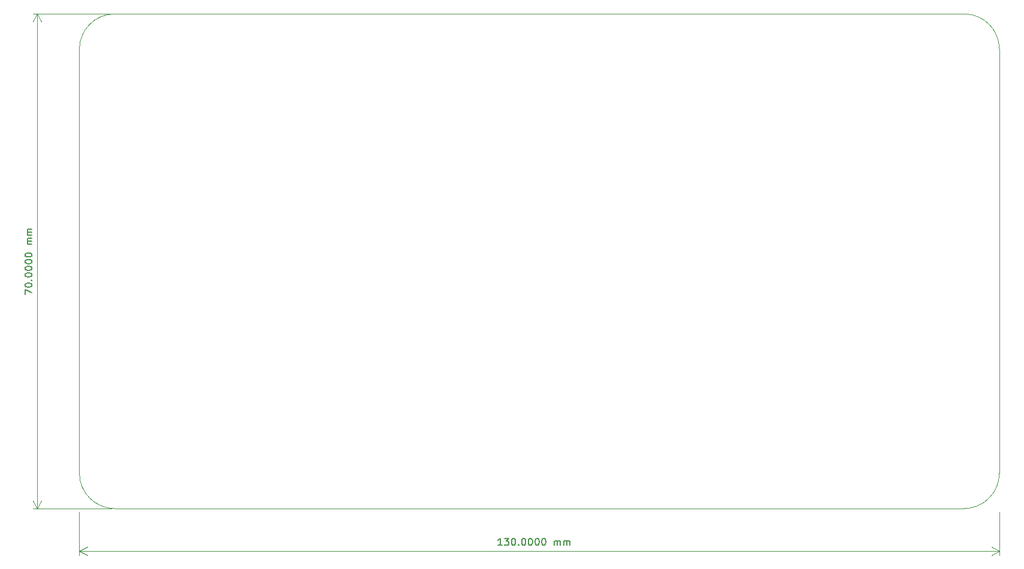
<source format=gbr>
%TF.GenerationSoftware,KiCad,Pcbnew,8.0.1*%
%TF.CreationDate,2024-03-27T19:35:34-03:00*%
%TF.ProjectId,ampsight,616d7073-6967-4687-942e-6b696361645f,rev?*%
%TF.SameCoordinates,Original*%
%TF.FileFunction,OtherDrawing,Comment*%
%FSLAX46Y46*%
G04 Gerber Fmt 4.6, Leading zero omitted, Abs format (unit mm)*
G04 Created by KiCad (PCBNEW 8.0.1) date 2024-03-27 19:35:34*
%MOMM*%
%LPD*%
G01*
G04 APERTURE LIST*
%ADD10C,0.100000*%
%ADD11C,0.150000*%
G04 APERTURE END LIST*
D10*
X206250000Y-62500000D02*
G75*
G02*
X211250000Y-67500000I0J-5000000D01*
G01*
X81250000Y-67500000D02*
G75*
G02*
X86250000Y-62500000I5000000J0D01*
G01*
X86250000Y-132500000D02*
G75*
G02*
X81250000Y-127500000I0J5000000D01*
G01*
X86250000Y-62500000D02*
X206250000Y-62500000D01*
X206250000Y-132500000D02*
X86250000Y-132500000D01*
X211250000Y-127500000D02*
G75*
G02*
X206250000Y-132500000I-5000000J0D01*
G01*
X81250000Y-127500000D02*
X81250000Y-67500000D01*
X211250000Y-67500000D02*
X211250000Y-127500000D01*
D11*
X73554819Y-102166665D02*
X73554819Y-101499999D01*
X73554819Y-101499999D02*
X74554819Y-101928570D01*
X73554819Y-100928570D02*
X73554819Y-100833332D01*
X73554819Y-100833332D02*
X73602438Y-100738094D01*
X73602438Y-100738094D02*
X73650057Y-100690475D01*
X73650057Y-100690475D02*
X73745295Y-100642856D01*
X73745295Y-100642856D02*
X73935771Y-100595237D01*
X73935771Y-100595237D02*
X74173866Y-100595237D01*
X74173866Y-100595237D02*
X74364342Y-100642856D01*
X74364342Y-100642856D02*
X74459580Y-100690475D01*
X74459580Y-100690475D02*
X74507200Y-100738094D01*
X74507200Y-100738094D02*
X74554819Y-100833332D01*
X74554819Y-100833332D02*
X74554819Y-100928570D01*
X74554819Y-100928570D02*
X74507200Y-101023808D01*
X74507200Y-101023808D02*
X74459580Y-101071427D01*
X74459580Y-101071427D02*
X74364342Y-101119046D01*
X74364342Y-101119046D02*
X74173866Y-101166665D01*
X74173866Y-101166665D02*
X73935771Y-101166665D01*
X73935771Y-101166665D02*
X73745295Y-101119046D01*
X73745295Y-101119046D02*
X73650057Y-101071427D01*
X73650057Y-101071427D02*
X73602438Y-101023808D01*
X73602438Y-101023808D02*
X73554819Y-100928570D01*
X74459580Y-100166665D02*
X74507200Y-100119046D01*
X74507200Y-100119046D02*
X74554819Y-100166665D01*
X74554819Y-100166665D02*
X74507200Y-100214284D01*
X74507200Y-100214284D02*
X74459580Y-100166665D01*
X74459580Y-100166665D02*
X74554819Y-100166665D01*
X73554819Y-99499999D02*
X73554819Y-99404761D01*
X73554819Y-99404761D02*
X73602438Y-99309523D01*
X73602438Y-99309523D02*
X73650057Y-99261904D01*
X73650057Y-99261904D02*
X73745295Y-99214285D01*
X73745295Y-99214285D02*
X73935771Y-99166666D01*
X73935771Y-99166666D02*
X74173866Y-99166666D01*
X74173866Y-99166666D02*
X74364342Y-99214285D01*
X74364342Y-99214285D02*
X74459580Y-99261904D01*
X74459580Y-99261904D02*
X74507200Y-99309523D01*
X74507200Y-99309523D02*
X74554819Y-99404761D01*
X74554819Y-99404761D02*
X74554819Y-99499999D01*
X74554819Y-99499999D02*
X74507200Y-99595237D01*
X74507200Y-99595237D02*
X74459580Y-99642856D01*
X74459580Y-99642856D02*
X74364342Y-99690475D01*
X74364342Y-99690475D02*
X74173866Y-99738094D01*
X74173866Y-99738094D02*
X73935771Y-99738094D01*
X73935771Y-99738094D02*
X73745295Y-99690475D01*
X73745295Y-99690475D02*
X73650057Y-99642856D01*
X73650057Y-99642856D02*
X73602438Y-99595237D01*
X73602438Y-99595237D02*
X73554819Y-99499999D01*
X73554819Y-98547618D02*
X73554819Y-98452380D01*
X73554819Y-98452380D02*
X73602438Y-98357142D01*
X73602438Y-98357142D02*
X73650057Y-98309523D01*
X73650057Y-98309523D02*
X73745295Y-98261904D01*
X73745295Y-98261904D02*
X73935771Y-98214285D01*
X73935771Y-98214285D02*
X74173866Y-98214285D01*
X74173866Y-98214285D02*
X74364342Y-98261904D01*
X74364342Y-98261904D02*
X74459580Y-98309523D01*
X74459580Y-98309523D02*
X74507200Y-98357142D01*
X74507200Y-98357142D02*
X74554819Y-98452380D01*
X74554819Y-98452380D02*
X74554819Y-98547618D01*
X74554819Y-98547618D02*
X74507200Y-98642856D01*
X74507200Y-98642856D02*
X74459580Y-98690475D01*
X74459580Y-98690475D02*
X74364342Y-98738094D01*
X74364342Y-98738094D02*
X74173866Y-98785713D01*
X74173866Y-98785713D02*
X73935771Y-98785713D01*
X73935771Y-98785713D02*
X73745295Y-98738094D01*
X73745295Y-98738094D02*
X73650057Y-98690475D01*
X73650057Y-98690475D02*
X73602438Y-98642856D01*
X73602438Y-98642856D02*
X73554819Y-98547618D01*
X73554819Y-97595237D02*
X73554819Y-97499999D01*
X73554819Y-97499999D02*
X73602438Y-97404761D01*
X73602438Y-97404761D02*
X73650057Y-97357142D01*
X73650057Y-97357142D02*
X73745295Y-97309523D01*
X73745295Y-97309523D02*
X73935771Y-97261904D01*
X73935771Y-97261904D02*
X74173866Y-97261904D01*
X74173866Y-97261904D02*
X74364342Y-97309523D01*
X74364342Y-97309523D02*
X74459580Y-97357142D01*
X74459580Y-97357142D02*
X74507200Y-97404761D01*
X74507200Y-97404761D02*
X74554819Y-97499999D01*
X74554819Y-97499999D02*
X74554819Y-97595237D01*
X74554819Y-97595237D02*
X74507200Y-97690475D01*
X74507200Y-97690475D02*
X74459580Y-97738094D01*
X74459580Y-97738094D02*
X74364342Y-97785713D01*
X74364342Y-97785713D02*
X74173866Y-97833332D01*
X74173866Y-97833332D02*
X73935771Y-97833332D01*
X73935771Y-97833332D02*
X73745295Y-97785713D01*
X73745295Y-97785713D02*
X73650057Y-97738094D01*
X73650057Y-97738094D02*
X73602438Y-97690475D01*
X73602438Y-97690475D02*
X73554819Y-97595237D01*
X73554819Y-96642856D02*
X73554819Y-96547618D01*
X73554819Y-96547618D02*
X73602438Y-96452380D01*
X73602438Y-96452380D02*
X73650057Y-96404761D01*
X73650057Y-96404761D02*
X73745295Y-96357142D01*
X73745295Y-96357142D02*
X73935771Y-96309523D01*
X73935771Y-96309523D02*
X74173866Y-96309523D01*
X74173866Y-96309523D02*
X74364342Y-96357142D01*
X74364342Y-96357142D02*
X74459580Y-96404761D01*
X74459580Y-96404761D02*
X74507200Y-96452380D01*
X74507200Y-96452380D02*
X74554819Y-96547618D01*
X74554819Y-96547618D02*
X74554819Y-96642856D01*
X74554819Y-96642856D02*
X74507200Y-96738094D01*
X74507200Y-96738094D02*
X74459580Y-96785713D01*
X74459580Y-96785713D02*
X74364342Y-96833332D01*
X74364342Y-96833332D02*
X74173866Y-96880951D01*
X74173866Y-96880951D02*
X73935771Y-96880951D01*
X73935771Y-96880951D02*
X73745295Y-96833332D01*
X73745295Y-96833332D02*
X73650057Y-96785713D01*
X73650057Y-96785713D02*
X73602438Y-96738094D01*
X73602438Y-96738094D02*
X73554819Y-96642856D01*
X74554819Y-95119046D02*
X73888152Y-95119046D01*
X73983390Y-95119046D02*
X73935771Y-95071427D01*
X73935771Y-95071427D02*
X73888152Y-94976189D01*
X73888152Y-94976189D02*
X73888152Y-94833332D01*
X73888152Y-94833332D02*
X73935771Y-94738094D01*
X73935771Y-94738094D02*
X74031009Y-94690475D01*
X74031009Y-94690475D02*
X74554819Y-94690475D01*
X74031009Y-94690475D02*
X73935771Y-94642856D01*
X73935771Y-94642856D02*
X73888152Y-94547618D01*
X73888152Y-94547618D02*
X73888152Y-94404761D01*
X73888152Y-94404761D02*
X73935771Y-94309522D01*
X73935771Y-94309522D02*
X74031009Y-94261903D01*
X74031009Y-94261903D02*
X74554819Y-94261903D01*
X74554819Y-93785713D02*
X73888152Y-93785713D01*
X73983390Y-93785713D02*
X73935771Y-93738094D01*
X73935771Y-93738094D02*
X73888152Y-93642856D01*
X73888152Y-93642856D02*
X73888152Y-93499999D01*
X73888152Y-93499999D02*
X73935771Y-93404761D01*
X73935771Y-93404761D02*
X74031009Y-93357142D01*
X74031009Y-93357142D02*
X74554819Y-93357142D01*
X74031009Y-93357142D02*
X73935771Y-93309523D01*
X73935771Y-93309523D02*
X73888152Y-93214285D01*
X73888152Y-93214285D02*
X73888152Y-93071428D01*
X73888152Y-93071428D02*
X73935771Y-92976189D01*
X73935771Y-92976189D02*
X74031009Y-92928570D01*
X74031009Y-92928570D02*
X74554819Y-92928570D01*
D10*
X85750000Y-132500000D02*
X74663580Y-132500000D01*
X85750000Y-62500000D02*
X74663580Y-62500000D01*
X75250000Y-132500000D02*
X75250000Y-62500000D01*
X75250000Y-132500000D02*
X75250000Y-62500000D01*
X75250000Y-132500000D02*
X74663579Y-131373496D01*
X75250000Y-132500000D02*
X75836421Y-131373496D01*
X75250000Y-62500000D02*
X75836421Y-63626504D01*
X75250000Y-62500000D02*
X74663579Y-63626504D01*
D11*
X140976190Y-137704819D02*
X140404762Y-137704819D01*
X140690476Y-137704819D02*
X140690476Y-136704819D01*
X140690476Y-136704819D02*
X140595238Y-136847676D01*
X140595238Y-136847676D02*
X140500000Y-136942914D01*
X140500000Y-136942914D02*
X140404762Y-136990533D01*
X141309524Y-136704819D02*
X141928571Y-136704819D01*
X141928571Y-136704819D02*
X141595238Y-137085771D01*
X141595238Y-137085771D02*
X141738095Y-137085771D01*
X141738095Y-137085771D02*
X141833333Y-137133390D01*
X141833333Y-137133390D02*
X141880952Y-137181009D01*
X141880952Y-137181009D02*
X141928571Y-137276247D01*
X141928571Y-137276247D02*
X141928571Y-137514342D01*
X141928571Y-137514342D02*
X141880952Y-137609580D01*
X141880952Y-137609580D02*
X141833333Y-137657200D01*
X141833333Y-137657200D02*
X141738095Y-137704819D01*
X141738095Y-137704819D02*
X141452381Y-137704819D01*
X141452381Y-137704819D02*
X141357143Y-137657200D01*
X141357143Y-137657200D02*
X141309524Y-137609580D01*
X142547619Y-136704819D02*
X142642857Y-136704819D01*
X142642857Y-136704819D02*
X142738095Y-136752438D01*
X142738095Y-136752438D02*
X142785714Y-136800057D01*
X142785714Y-136800057D02*
X142833333Y-136895295D01*
X142833333Y-136895295D02*
X142880952Y-137085771D01*
X142880952Y-137085771D02*
X142880952Y-137323866D01*
X142880952Y-137323866D02*
X142833333Y-137514342D01*
X142833333Y-137514342D02*
X142785714Y-137609580D01*
X142785714Y-137609580D02*
X142738095Y-137657200D01*
X142738095Y-137657200D02*
X142642857Y-137704819D01*
X142642857Y-137704819D02*
X142547619Y-137704819D01*
X142547619Y-137704819D02*
X142452381Y-137657200D01*
X142452381Y-137657200D02*
X142404762Y-137609580D01*
X142404762Y-137609580D02*
X142357143Y-137514342D01*
X142357143Y-137514342D02*
X142309524Y-137323866D01*
X142309524Y-137323866D02*
X142309524Y-137085771D01*
X142309524Y-137085771D02*
X142357143Y-136895295D01*
X142357143Y-136895295D02*
X142404762Y-136800057D01*
X142404762Y-136800057D02*
X142452381Y-136752438D01*
X142452381Y-136752438D02*
X142547619Y-136704819D01*
X143309524Y-137609580D02*
X143357143Y-137657200D01*
X143357143Y-137657200D02*
X143309524Y-137704819D01*
X143309524Y-137704819D02*
X143261905Y-137657200D01*
X143261905Y-137657200D02*
X143309524Y-137609580D01*
X143309524Y-137609580D02*
X143309524Y-137704819D01*
X143976190Y-136704819D02*
X144071428Y-136704819D01*
X144071428Y-136704819D02*
X144166666Y-136752438D01*
X144166666Y-136752438D02*
X144214285Y-136800057D01*
X144214285Y-136800057D02*
X144261904Y-136895295D01*
X144261904Y-136895295D02*
X144309523Y-137085771D01*
X144309523Y-137085771D02*
X144309523Y-137323866D01*
X144309523Y-137323866D02*
X144261904Y-137514342D01*
X144261904Y-137514342D02*
X144214285Y-137609580D01*
X144214285Y-137609580D02*
X144166666Y-137657200D01*
X144166666Y-137657200D02*
X144071428Y-137704819D01*
X144071428Y-137704819D02*
X143976190Y-137704819D01*
X143976190Y-137704819D02*
X143880952Y-137657200D01*
X143880952Y-137657200D02*
X143833333Y-137609580D01*
X143833333Y-137609580D02*
X143785714Y-137514342D01*
X143785714Y-137514342D02*
X143738095Y-137323866D01*
X143738095Y-137323866D02*
X143738095Y-137085771D01*
X143738095Y-137085771D02*
X143785714Y-136895295D01*
X143785714Y-136895295D02*
X143833333Y-136800057D01*
X143833333Y-136800057D02*
X143880952Y-136752438D01*
X143880952Y-136752438D02*
X143976190Y-136704819D01*
X144928571Y-136704819D02*
X145023809Y-136704819D01*
X145023809Y-136704819D02*
X145119047Y-136752438D01*
X145119047Y-136752438D02*
X145166666Y-136800057D01*
X145166666Y-136800057D02*
X145214285Y-136895295D01*
X145214285Y-136895295D02*
X145261904Y-137085771D01*
X145261904Y-137085771D02*
X145261904Y-137323866D01*
X145261904Y-137323866D02*
X145214285Y-137514342D01*
X145214285Y-137514342D02*
X145166666Y-137609580D01*
X145166666Y-137609580D02*
X145119047Y-137657200D01*
X145119047Y-137657200D02*
X145023809Y-137704819D01*
X145023809Y-137704819D02*
X144928571Y-137704819D01*
X144928571Y-137704819D02*
X144833333Y-137657200D01*
X144833333Y-137657200D02*
X144785714Y-137609580D01*
X144785714Y-137609580D02*
X144738095Y-137514342D01*
X144738095Y-137514342D02*
X144690476Y-137323866D01*
X144690476Y-137323866D02*
X144690476Y-137085771D01*
X144690476Y-137085771D02*
X144738095Y-136895295D01*
X144738095Y-136895295D02*
X144785714Y-136800057D01*
X144785714Y-136800057D02*
X144833333Y-136752438D01*
X144833333Y-136752438D02*
X144928571Y-136704819D01*
X145880952Y-136704819D02*
X145976190Y-136704819D01*
X145976190Y-136704819D02*
X146071428Y-136752438D01*
X146071428Y-136752438D02*
X146119047Y-136800057D01*
X146119047Y-136800057D02*
X146166666Y-136895295D01*
X146166666Y-136895295D02*
X146214285Y-137085771D01*
X146214285Y-137085771D02*
X146214285Y-137323866D01*
X146214285Y-137323866D02*
X146166666Y-137514342D01*
X146166666Y-137514342D02*
X146119047Y-137609580D01*
X146119047Y-137609580D02*
X146071428Y-137657200D01*
X146071428Y-137657200D02*
X145976190Y-137704819D01*
X145976190Y-137704819D02*
X145880952Y-137704819D01*
X145880952Y-137704819D02*
X145785714Y-137657200D01*
X145785714Y-137657200D02*
X145738095Y-137609580D01*
X145738095Y-137609580D02*
X145690476Y-137514342D01*
X145690476Y-137514342D02*
X145642857Y-137323866D01*
X145642857Y-137323866D02*
X145642857Y-137085771D01*
X145642857Y-137085771D02*
X145690476Y-136895295D01*
X145690476Y-136895295D02*
X145738095Y-136800057D01*
X145738095Y-136800057D02*
X145785714Y-136752438D01*
X145785714Y-136752438D02*
X145880952Y-136704819D01*
X146833333Y-136704819D02*
X146928571Y-136704819D01*
X146928571Y-136704819D02*
X147023809Y-136752438D01*
X147023809Y-136752438D02*
X147071428Y-136800057D01*
X147071428Y-136800057D02*
X147119047Y-136895295D01*
X147119047Y-136895295D02*
X147166666Y-137085771D01*
X147166666Y-137085771D02*
X147166666Y-137323866D01*
X147166666Y-137323866D02*
X147119047Y-137514342D01*
X147119047Y-137514342D02*
X147071428Y-137609580D01*
X147071428Y-137609580D02*
X147023809Y-137657200D01*
X147023809Y-137657200D02*
X146928571Y-137704819D01*
X146928571Y-137704819D02*
X146833333Y-137704819D01*
X146833333Y-137704819D02*
X146738095Y-137657200D01*
X146738095Y-137657200D02*
X146690476Y-137609580D01*
X146690476Y-137609580D02*
X146642857Y-137514342D01*
X146642857Y-137514342D02*
X146595238Y-137323866D01*
X146595238Y-137323866D02*
X146595238Y-137085771D01*
X146595238Y-137085771D02*
X146642857Y-136895295D01*
X146642857Y-136895295D02*
X146690476Y-136800057D01*
X146690476Y-136800057D02*
X146738095Y-136752438D01*
X146738095Y-136752438D02*
X146833333Y-136704819D01*
X148357143Y-137704819D02*
X148357143Y-137038152D01*
X148357143Y-137133390D02*
X148404762Y-137085771D01*
X148404762Y-137085771D02*
X148500000Y-137038152D01*
X148500000Y-137038152D02*
X148642857Y-137038152D01*
X148642857Y-137038152D02*
X148738095Y-137085771D01*
X148738095Y-137085771D02*
X148785714Y-137181009D01*
X148785714Y-137181009D02*
X148785714Y-137704819D01*
X148785714Y-137181009D02*
X148833333Y-137085771D01*
X148833333Y-137085771D02*
X148928571Y-137038152D01*
X148928571Y-137038152D02*
X149071428Y-137038152D01*
X149071428Y-137038152D02*
X149166667Y-137085771D01*
X149166667Y-137085771D02*
X149214286Y-137181009D01*
X149214286Y-137181009D02*
X149214286Y-137704819D01*
X149690476Y-137704819D02*
X149690476Y-137038152D01*
X149690476Y-137133390D02*
X149738095Y-137085771D01*
X149738095Y-137085771D02*
X149833333Y-137038152D01*
X149833333Y-137038152D02*
X149976190Y-137038152D01*
X149976190Y-137038152D02*
X150071428Y-137085771D01*
X150071428Y-137085771D02*
X150119047Y-137181009D01*
X150119047Y-137181009D02*
X150119047Y-137704819D01*
X150119047Y-137181009D02*
X150166666Y-137085771D01*
X150166666Y-137085771D02*
X150261904Y-137038152D01*
X150261904Y-137038152D02*
X150404761Y-137038152D01*
X150404761Y-137038152D02*
X150500000Y-137085771D01*
X150500000Y-137085771D02*
X150547619Y-137181009D01*
X150547619Y-137181009D02*
X150547619Y-137704819D01*
D10*
X81250000Y-133000000D02*
X81250000Y-139086420D01*
X211250000Y-133000000D02*
X211250000Y-139086420D01*
X81250000Y-138500000D02*
X211250000Y-138500000D01*
X81250000Y-138500000D02*
X211250000Y-138500000D01*
X81250000Y-138500000D02*
X82376504Y-137913579D01*
X81250000Y-138500000D02*
X82376504Y-139086421D01*
X211250000Y-138500000D02*
X210123496Y-139086421D01*
X211250000Y-138500000D02*
X210123496Y-137913579D01*
M02*

</source>
